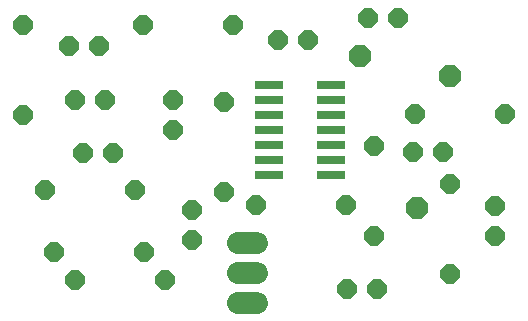
<source format=gbr>
G04 EAGLE Gerber RS-274X export*
G75*
%MOMM*%
%FSLAX34Y34*%
%LPD*%
%INSoldermask Bottom*%
%IPPOS*%
%AMOC8*
5,1,8,0,0,1.08239X$1,22.5*%
G01*
%ADD10P,1.759533X8X202.500000*%
%ADD11P,1.759533X8X112.500000*%
%ADD12P,1.759533X8X22.500000*%
%ADD13P,1.759533X8X292.500000*%
%ADD14R,2.403200X0.803200*%
%ADD15C,1.828800*%
%ADD16P,1.979475X8X22.500000*%


D10*
X115588Y157905D03*
X90188Y157905D03*
X109238Y202355D03*
X83838Y202355D03*
X280688Y253155D03*
X255288Y253155D03*
X356888Y272205D03*
X331488Y272205D03*
X395185Y158626D03*
X369785Y158626D03*
D11*
X438854Y87531D03*
X438854Y112931D03*
D12*
X313795Y42711D03*
X339195Y42711D03*
D13*
X182923Y109430D03*
X182923Y84030D03*
D11*
X166388Y176955D03*
X166388Y202355D03*
D12*
X78601Y248094D03*
X104001Y248094D03*
D14*
X300338Y202355D03*
X248338Y202355D03*
X300338Y215055D03*
X300338Y189655D03*
X300338Y176955D03*
X248338Y215055D03*
X248338Y189655D03*
X248338Y176955D03*
X300338Y151555D03*
X248338Y151555D03*
X300338Y164255D03*
X300338Y138855D03*
X248338Y164255D03*
X248338Y138855D03*
D15*
X237572Y31281D02*
X221316Y31281D01*
X221316Y56681D02*
X237572Y56681D01*
X237572Y82081D02*
X221316Y82081D01*
D10*
X448144Y191162D03*
X371944Y191162D03*
D13*
X209895Y201349D03*
X209895Y125149D03*
D11*
X39628Y189853D03*
X39628Y266053D03*
D10*
X142387Y73881D03*
X66187Y73881D03*
D13*
X336516Y163940D03*
X336516Y87740D03*
D10*
X313001Y114084D03*
X236801Y114084D03*
D11*
X400811Y55124D03*
X400811Y131324D03*
D10*
X134638Y126155D03*
X58438Y126155D03*
X160038Y49955D03*
X83838Y49955D03*
X217188Y265855D03*
X140988Y265855D03*
D16*
X325140Y240382D03*
X401265Y222930D03*
X373236Y111682D03*
M02*

</source>
